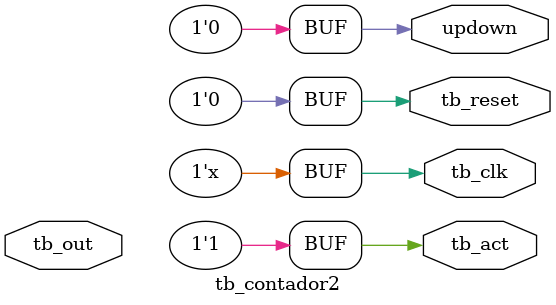
<source format=sv>
module tb_contador(tb_clk,tb_reset,tb_act,tb_out);
	output reg tb_clk, tb_reset, tb_act;
	input wire[7:0] tb_out;

	contador intancia(
		.clk(tb_clk),
		.reset(tb_reset),
		.act(tb_act),
		.out(tb_out)
	);

	initial begin
		tb_clk = 0;
		tb_reset = 1;
		tb_act = 0;
		$monitor("Contador: %4d",tb_out);
		#10;
		tb_reset = 0;
		tb_act = 1;
		#1000;
	end

	always #5 tb_clk = !tb_clk;

endmodule

module tb_contador2(tb_clk,tb_reset,tb_act,tb_out,updown);
	output reg tb_clk, tb_reset, tb_act, updown;
	input wire[7:0] tb_out;

	contador2 intancia(
		.clk(tb_clk),
		.reset(tb_reset),
		.act(tb_act),
		.updown(updown),
		.out(tb_out)
	);

	initial begin
		tb_clk = 0;
		updown = 1;
		tb_reset = 1;
		tb_act = 0;
		$monitor("Contador: %3d",tb_out);
		#10;
		tb_reset = 0;
		tb_act = 1;
		#2500;
		updown = 0;
		#2500;
	end

	always #5 tb_clk = !tb_clk;

endmodule

</source>
